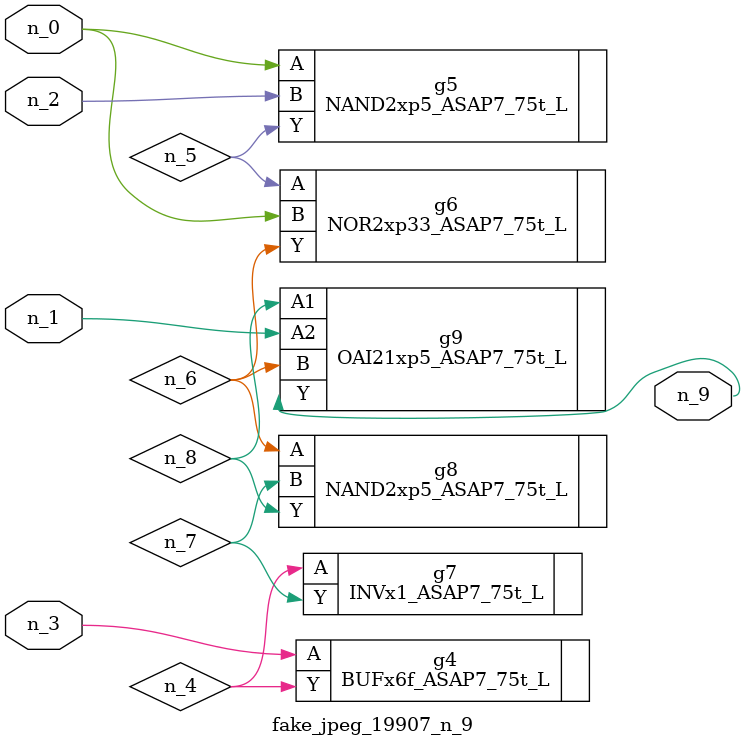
<source format=v>
module fake_jpeg_19907_n_9 (n_0, n_3, n_2, n_1, n_9);

input n_0;
input n_3;
input n_2;
input n_1;

output n_9;

wire n_4;
wire n_8;
wire n_6;
wire n_5;
wire n_7;

BUFx6f_ASAP7_75t_L g4 ( 
.A(n_3),
.Y(n_4)
);

NAND2xp5_ASAP7_75t_L g5 ( 
.A(n_0),
.B(n_2),
.Y(n_5)
);

NOR2xp33_ASAP7_75t_L g6 ( 
.A(n_5),
.B(n_0),
.Y(n_6)
);

NAND2xp5_ASAP7_75t_L g8 ( 
.A(n_6),
.B(n_7),
.Y(n_8)
);

INVx1_ASAP7_75t_L g7 ( 
.A(n_4),
.Y(n_7)
);

OAI21xp5_ASAP7_75t_L g9 ( 
.A1(n_8),
.A2(n_1),
.B(n_6),
.Y(n_9)
);


endmodule
</source>
